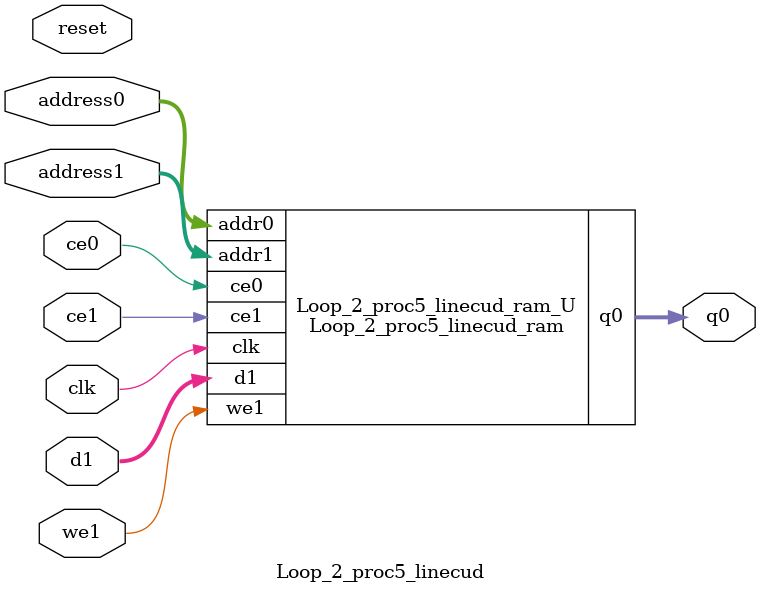
<source format=v>
`timescale 1 ns / 1 ps
module Loop_2_proc5_linecud_ram (addr0, ce0, q0, addr1, ce1, d1, we1,  clk);

parameter DWIDTH = 32;
parameter AWIDTH = 8;
parameter MEM_SIZE = 210;

input[AWIDTH-1:0] addr0;
input ce0;
output reg[DWIDTH-1:0] q0;
input[AWIDTH-1:0] addr1;
input ce1;
input[DWIDTH-1:0] d1;
input we1;
input clk;

(* ram_style = "block" *)reg [DWIDTH-1:0] ram[0:MEM_SIZE-1];




always @(posedge clk)  
begin 
    if (ce0) 
    begin
        q0 <= ram[addr0];
    end
end


always @(posedge clk)  
begin 
    if (ce1) 
    begin
        if (we1) 
        begin 
            ram[addr1] <= d1; 
        end 
    end
end


endmodule

`timescale 1 ns / 1 ps
module Loop_2_proc5_linecud(
    reset,
    clk,
    address0,
    ce0,
    q0,
    address1,
    ce1,
    we1,
    d1);

parameter DataWidth = 32'd32;
parameter AddressRange = 32'd210;
parameter AddressWidth = 32'd8;
input reset;
input clk;
input[AddressWidth - 1:0] address0;
input ce0;
output[DataWidth - 1:0] q0;
input[AddressWidth - 1:0] address1;
input ce1;
input we1;
input[DataWidth - 1:0] d1;



Loop_2_proc5_linecud_ram Loop_2_proc5_linecud_ram_U(
    .clk( clk ),
    .addr0( address0 ),
    .ce0( ce0 ),
    .q0( q0 ),
    .addr1( address1 ),
    .ce1( ce1 ),
    .we1( we1 ),
    .d1( d1 ));

endmodule


</source>
